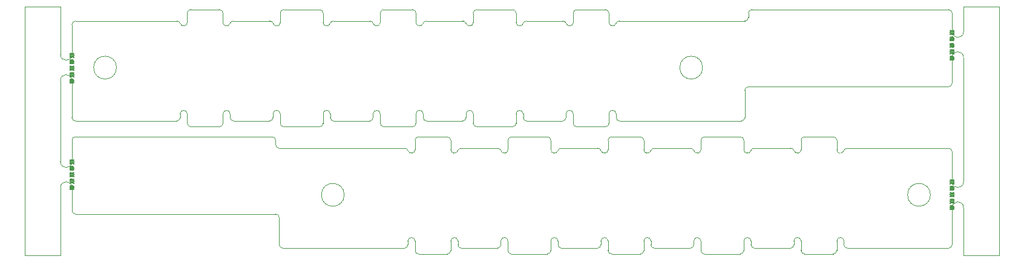
<source format=gm1>
G04 #@! TF.GenerationSoftware,KiCad,Pcbnew,(5.1.6-0-10_14)*
G04 #@! TF.CreationDate,2021-08-31T11:09:41+09:00*
G04 #@! TF.ProjectId,qPCR-panel_led_20210831,71504352-2d70-4616-9e65-6c5f6c65645f,rev?*
G04 #@! TF.SameCoordinates,Original*
G04 #@! TF.FileFunction,Profile,NP*
%FSLAX46Y46*%
G04 Gerber Fmt 4.6, Leading zero omitted, Abs format (unit mm)*
G04 Created by KiCad (PCBNEW (5.1.6-0-10_14)) date 2021-08-31 11:09:41*
%MOMM*%
%LPD*%
G01*
G04 APERTURE LIST*
G04 #@! TA.AperFunction,Profile*
%ADD10C,0.100000*%
G04 #@! TD*
G04 #@! TA.AperFunction,Profile*
%ADD11C,0.200000*%
G04 #@! TD*
G04 APERTURE END LIST*
D10*
X64000000Y-62500000D02*
X64000000Y-57300000D01*
X64000000Y-75500000D02*
X64000000Y-72300000D01*
X187135000Y-80300000D02*
X187135000Y-75100000D01*
X187135000Y-57700000D02*
X187135000Y-54100000D01*
X193735000Y-47000000D02*
X188735000Y-47000000D01*
X188735000Y-81800000D02*
X193735000Y-81800000D01*
X193735000Y-81800000D02*
X193735000Y-47000000D01*
X57400000Y-81800000D02*
X62400000Y-81800000D01*
X57400000Y-47000000D02*
X57400000Y-81800000D01*
X62400000Y-47000000D02*
X57400000Y-47000000D01*
X188735000Y-47000000D02*
X188735000Y-50500000D01*
X188735000Y-75100000D02*
X188735000Y-81800000D01*
X188735000Y-54100000D02*
X188735000Y-71500000D01*
X62400000Y-57300000D02*
X62400000Y-68700000D01*
X62400000Y-72300000D02*
X62400000Y-81800000D01*
X62400000Y-47000000D02*
X62400000Y-53700000D01*
X188735000Y-50500000D02*
G75*
G02*
X187135000Y-50500000I-800000J0D01*
G01*
X187135000Y-54100000D02*
G75*
G02*
X188735000Y-54100000I800000J0D01*
G01*
D11*
X64275000Y-56500000D02*
G75*
G03*
X64275000Y-56500000I-275000J0D01*
G01*
X63725000Y-56225000D02*
X64275000Y-56775000D01*
X63725000Y-56775000D02*
X64275000Y-56225000D01*
X64275000Y-55600000D02*
G75*
G03*
X64275000Y-55600000I-275000J0D01*
G01*
X63725000Y-55325000D02*
X64275000Y-55875000D01*
X63725000Y-55875000D02*
X64275000Y-55325000D01*
X64275000Y-53800000D02*
G75*
G03*
X64275000Y-53800000I-275000J0D01*
G01*
X63725000Y-53525000D02*
X64275000Y-54075000D01*
X63725000Y-54075000D02*
X64275000Y-53525000D01*
X64275000Y-54700000D02*
G75*
G03*
X64275000Y-54700000I-275000J0D01*
G01*
X63725000Y-54425000D02*
X64275000Y-54975000D01*
X63725000Y-54975000D02*
X64275000Y-54425000D01*
X64275000Y-57400000D02*
G75*
G03*
X64275000Y-57400000I-275000J0D01*
G01*
X63725000Y-57125000D02*
X64275000Y-57675000D01*
X63725000Y-57675000D02*
X64275000Y-57125000D01*
X187410000Y-75100000D02*
G75*
G03*
X187410000Y-75100000I-275000J0D01*
G01*
X186860000Y-74825000D02*
X187410000Y-75375000D01*
X186860000Y-75375000D02*
X187410000Y-74825000D01*
X187410000Y-73300000D02*
G75*
G03*
X187410000Y-73300000I-275000J0D01*
G01*
X186860000Y-73025000D02*
X187410000Y-73575000D01*
X186860000Y-73575000D02*
X187410000Y-73025000D01*
X187410000Y-74200000D02*
G75*
G03*
X187410000Y-74200000I-275000J0D01*
G01*
X186860000Y-73925000D02*
X187410000Y-74475000D01*
X186860000Y-74475000D02*
X187410000Y-73925000D01*
X187410000Y-72400000D02*
G75*
G03*
X187410000Y-72400000I-275000J0D01*
G01*
X186860000Y-72125000D02*
X187410000Y-72675000D01*
X186860000Y-72675000D02*
X187410000Y-72125000D01*
X187410000Y-71500000D02*
G75*
G03*
X187410000Y-71500000I-275000J0D01*
G01*
X186860000Y-71225000D02*
X187410000Y-71775000D01*
X186860000Y-71775000D02*
X187410000Y-71225000D01*
D10*
X187135000Y-75100000D02*
G75*
G02*
X188735000Y-75100000I800000J0D01*
G01*
X188735000Y-71500000D02*
G75*
G02*
X187135000Y-71500000I-800000J0D01*
G01*
D11*
X64275000Y-70500000D02*
G75*
G03*
X64275000Y-70500000I-275000J0D01*
G01*
X63725000Y-70225000D02*
X64275000Y-70775000D01*
X63725000Y-70775000D02*
X64275000Y-70225000D01*
X64275000Y-69600000D02*
G75*
G03*
X64275000Y-69600000I-275000J0D01*
G01*
X63725000Y-69325000D02*
X64275000Y-69875000D01*
X63725000Y-69875000D02*
X64275000Y-69325000D01*
X64275000Y-71400000D02*
G75*
G03*
X64275000Y-71400000I-275000J0D01*
G01*
X63725000Y-71125000D02*
X64275000Y-71675000D01*
X63725000Y-71675000D02*
X64275000Y-71125000D01*
X64275000Y-72300000D02*
G75*
G03*
X64275000Y-72300000I-275000J0D01*
G01*
X63725000Y-72025000D02*
X64275000Y-72575000D01*
X63725000Y-72575000D02*
X64275000Y-72025000D01*
X64275000Y-68700000D02*
G75*
G03*
X64275000Y-68700000I-275000J0D01*
G01*
X63725000Y-68425000D02*
X64275000Y-68975000D01*
X63725000Y-68975000D02*
X64275000Y-68425000D01*
D10*
X64000000Y-68700000D02*
G75*
G02*
X62400000Y-68700000I-800000J0D01*
G01*
X62400000Y-72300000D02*
G75*
G02*
X64000000Y-72300000I800000J0D01*
G01*
X62400000Y-57300000D02*
G75*
G02*
X64000000Y-57300000I800000J0D01*
G01*
X64000000Y-53700000D02*
G75*
G02*
X62400000Y-53700000I-800000J0D01*
G01*
D11*
X187410000Y-54200000D02*
G75*
G03*
X187410000Y-54200000I-275000J0D01*
G01*
X186860000Y-53925000D02*
X187410000Y-54475000D01*
X186860000Y-54475000D02*
X187410000Y-53925000D01*
X187410000Y-50600000D02*
G75*
G03*
X187410000Y-50600000I-275000J0D01*
G01*
X186860000Y-50325000D02*
X187410000Y-50875000D01*
X186860000Y-50875000D02*
X187410000Y-50325000D01*
X187410000Y-51500000D02*
G75*
G03*
X187410000Y-51500000I-275000J0D01*
G01*
X186860000Y-51225000D02*
X187410000Y-51775000D01*
X186860000Y-51775000D02*
X187410000Y-51225000D01*
X187410000Y-53300000D02*
G75*
G03*
X187410000Y-53300000I-275000J0D01*
G01*
X186860000Y-53025000D02*
X187410000Y-53575000D01*
X186860000Y-53575000D02*
X187410000Y-53025000D01*
X187410000Y-52400000D02*
G75*
G03*
X187410000Y-52400000I-275000J0D01*
G01*
X186860000Y-52125000D02*
X187410000Y-52675000D01*
X186860000Y-52675000D02*
X187410000Y-52125000D01*
D10*
X92500000Y-76000000D02*
G75*
G02*
X93000000Y-76500000I0J-500000D01*
G01*
X93000000Y-76500000D02*
X93000000Y-80300000D01*
X92500000Y-76000000D02*
X64500000Y-76000000D01*
X93500000Y-80800000D02*
G75*
G02*
X93000000Y-80300000I0J500000D01*
G01*
X92500000Y-65699640D02*
X92500000Y-66299280D01*
X92000000Y-65199640D02*
X64500000Y-65199640D01*
X92000000Y-65199640D02*
G75*
G02*
X92500000Y-65699640I0J-500000D01*
G01*
X93000000Y-66799280D02*
G75*
G02*
X92500000Y-66299280I0J500000D01*
G01*
X64000000Y-75500000D02*
G75*
G03*
X64500000Y-76000000I500000J0D01*
G01*
X102100000Y-73321640D02*
G75*
G03*
X102100000Y-73321640I-1600000J0D01*
G01*
X184100000Y-73321640D02*
G75*
G03*
X184100000Y-73321640I-1600000J0D01*
G01*
X64000000Y-68700000D02*
X64000000Y-65699640D01*
X110500000Y-80800000D02*
X93500000Y-80800000D01*
X111000000Y-80300000D02*
G75*
G02*
X110500000Y-80800000I-500000J0D01*
G01*
X111000000Y-79800000D02*
X111000000Y-80300000D01*
X111000000Y-79800000D02*
G75*
G02*
X112000000Y-79800000I500000J0D01*
G01*
X112000000Y-81099640D02*
X112000000Y-79800000D01*
X112500000Y-81599640D02*
G75*
G02*
X112000000Y-81099640I0J500000D01*
G01*
X116500000Y-81599640D02*
X112500000Y-81599640D01*
X117000000Y-81099640D02*
G75*
G02*
X116500000Y-81599640I-500000J0D01*
G01*
X117000000Y-79800000D02*
X117000000Y-81099640D01*
X117000000Y-79800000D02*
G75*
G02*
X118000000Y-79800000I500000J0D01*
G01*
X118000000Y-80300000D02*
X118000000Y-79800000D01*
X118500000Y-80800000D02*
G75*
G02*
X118000000Y-80300000I0J500000D01*
G01*
X123500000Y-80800000D02*
X118500000Y-80800000D01*
X124000000Y-80300000D02*
G75*
G02*
X123500000Y-80800000I-500000J0D01*
G01*
X124000000Y-79800000D02*
X124000000Y-80300000D01*
X124000000Y-79800000D02*
G75*
G02*
X125000000Y-79800000I500000J0D01*
G01*
X125000000Y-81099999D02*
X125000000Y-79800000D01*
X125500000Y-81599999D02*
G75*
G02*
X125000000Y-81099999I0J500000D01*
G01*
X130500000Y-81599999D02*
X125500000Y-81599999D01*
X131000000Y-81099999D02*
G75*
G02*
X130500000Y-81599999I-500000J0D01*
G01*
X131000000Y-79800000D02*
X131000000Y-81099999D01*
X131000000Y-79800000D02*
G75*
G02*
X132000000Y-79800000I500000J0D01*
G01*
X132000000Y-80300000D02*
X132000000Y-79800000D01*
X132500000Y-80800000D02*
G75*
G02*
X132000000Y-80300000I0J500000D01*
G01*
X137500000Y-80800000D02*
X132500000Y-80800000D01*
X138000000Y-80300000D02*
G75*
G02*
X137500000Y-80800000I-500000J0D01*
G01*
X138000000Y-79800000D02*
X138000000Y-80300000D01*
X138000000Y-79800000D02*
G75*
G02*
X139000000Y-79800000I500000J0D01*
G01*
X139000000Y-81099640D02*
X139000000Y-79800000D01*
X139500000Y-81599640D02*
G75*
G02*
X139000000Y-81099640I0J500000D01*
G01*
X143500000Y-81599640D02*
X139500000Y-81599640D01*
X144000000Y-81099640D02*
G75*
G02*
X143500000Y-81599640I-500000J0D01*
G01*
X144000000Y-79800000D02*
X144000000Y-81099640D01*
X144000000Y-79800000D02*
G75*
G02*
X145000000Y-79800000I500000J0D01*
G01*
X145000000Y-80300000D02*
X145000000Y-79800000D01*
X145500000Y-80800000D02*
G75*
G02*
X145000000Y-80300000I0J500000D01*
G01*
X150500000Y-80800000D02*
X145500000Y-80800000D01*
X151000000Y-80300000D02*
G75*
G02*
X150500000Y-80800000I-500000J0D01*
G01*
X151000000Y-79800000D02*
X151000000Y-80300000D01*
X151000000Y-79800002D02*
G75*
G02*
X152000000Y-79800000I500000J1D01*
G01*
X152000000Y-81100004D02*
X152000000Y-79800000D01*
X152500000Y-81600004D02*
G75*
G02*
X152000000Y-81100004I0J500000D01*
G01*
X157500000Y-81600004D02*
X152500000Y-81600004D01*
X158000000Y-81100004D02*
G75*
G02*
X157500000Y-81600004I-500000J0D01*
G01*
X158000000Y-79800000D02*
X158000000Y-81100004D01*
X158000000Y-79800000D02*
G75*
G02*
X159000000Y-79800000I500000J0D01*
G01*
X159000000Y-80300000D02*
X159000000Y-79800000D01*
X159500000Y-80800000D02*
G75*
G02*
X159000000Y-80300000I0J500000D01*
G01*
X164500000Y-80800000D02*
X159500000Y-80800000D01*
X165000000Y-80300000D02*
G75*
G02*
X164500000Y-80800000I-500000J0D01*
G01*
X165000000Y-79800000D02*
X165000000Y-80300000D01*
X165000000Y-79800000D02*
G75*
G02*
X166000000Y-79800000I500000J0D01*
G01*
X166000000Y-81099640D02*
X166000000Y-79800000D01*
X166500000Y-81599640D02*
G75*
G02*
X166000000Y-81099640I0J500000D01*
G01*
X170500000Y-81599640D02*
X166500000Y-81599640D01*
X171000000Y-81099640D02*
G75*
G02*
X170500000Y-81599640I-500000J0D01*
G01*
X171000000Y-79800000D02*
X171000000Y-81099640D01*
X171000000Y-79800000D02*
G75*
G02*
X172000000Y-79800000I500000J0D01*
G01*
X172000000Y-80300000D02*
X172000000Y-79800000D01*
X172500000Y-80800000D02*
G75*
G02*
X172000000Y-80300000I0J500000D01*
G01*
X186635000Y-80800000D02*
X172500000Y-80800000D01*
X187135000Y-80300000D02*
G75*
G02*
X186635000Y-80800000I-500000J0D01*
G01*
X187135000Y-67299280D02*
X187135000Y-71500000D01*
X186635000Y-66799280D02*
G75*
G02*
X187135000Y-67299280I0J-500000D01*
G01*
X172454253Y-66799280D02*
X186635000Y-66799280D01*
X171977126Y-67149780D02*
G75*
G02*
X172454253Y-66799280I477127J-149500D01*
G01*
X171977127Y-67149780D02*
G75*
G02*
X171000000Y-67000280I-477127J149500D01*
G01*
X171000000Y-65699640D02*
X171000000Y-67000280D01*
X170500000Y-65199640D02*
G75*
G02*
X171000000Y-65699640I0J-500000D01*
G01*
X166500000Y-65199640D02*
X170500000Y-65199640D01*
X166000000Y-65699640D02*
G75*
G02*
X166500000Y-65199640I500000J0D01*
G01*
X166000000Y-67000280D02*
X166000000Y-65699640D01*
X166000000Y-67000280D02*
G75*
G02*
X165022873Y-67149780I-500000J0D01*
G01*
X164545746Y-66799280D02*
G75*
G02*
X165022873Y-67149780I0J-500000D01*
G01*
X159454253Y-66799280D02*
X164545746Y-66799280D01*
X158977126Y-67149780D02*
G75*
G02*
X159454253Y-66799280I477127J-149500D01*
G01*
X158977127Y-67149780D02*
G75*
G02*
X158000000Y-67000280I-477127J149500D01*
G01*
X158000000Y-65699640D02*
X158000000Y-67000280D01*
X157500000Y-65199640D02*
G75*
G02*
X158000000Y-65699640I0J-500000D01*
G01*
X152500000Y-65199640D02*
X157500000Y-65199640D01*
X152000000Y-65699640D02*
G75*
G02*
X152500000Y-65199640I500000J0D01*
G01*
X152000000Y-67000280D02*
X152000000Y-65699640D01*
X152000000Y-67000280D02*
G75*
G02*
X151022873Y-67149780I-500000J0D01*
G01*
X150545746Y-66799280D02*
G75*
G02*
X151022873Y-67149780I0J-500000D01*
G01*
X145454253Y-66799280D02*
X150545746Y-66799280D01*
X144977126Y-67149780D02*
G75*
G02*
X145454253Y-66799280I477127J-149500D01*
G01*
X144977127Y-67149780D02*
G75*
G02*
X144000000Y-67000280I-477127J149500D01*
G01*
X144000000Y-65699640D02*
X144000000Y-67000280D01*
X143500000Y-65199640D02*
G75*
G02*
X144000000Y-65699640I0J-500000D01*
G01*
X139500000Y-65199640D02*
X143500000Y-65199640D01*
X139000000Y-65699640D02*
G75*
G02*
X139500000Y-65199640I500000J0D01*
G01*
X139000000Y-67000280D02*
X139000000Y-65699640D01*
X139000000Y-67000280D02*
G75*
G02*
X138022873Y-67149780I-500000J0D01*
G01*
X137545746Y-66799280D02*
G75*
G02*
X138022873Y-67149780I0J-500000D01*
G01*
X132454253Y-66799280D02*
X137545746Y-66799280D01*
X131977126Y-67149780D02*
G75*
G02*
X132454253Y-66799280I477127J-149500D01*
G01*
X131977127Y-67149780D02*
G75*
G02*
X131000000Y-67000280I-477127J149500D01*
G01*
X131000000Y-65699640D02*
X131000000Y-67000280D01*
X130500000Y-65199640D02*
G75*
G02*
X131000000Y-65699640I0J-500000D01*
G01*
X125500000Y-65199640D02*
X130500000Y-65199640D01*
X125000000Y-65699640D02*
G75*
G02*
X125500000Y-65199640I500000J0D01*
G01*
X125000000Y-67000280D02*
X125000000Y-65699640D01*
X125000000Y-67000280D02*
G75*
G02*
X124022873Y-67149780I-500000J0D01*
G01*
X123545746Y-66799280D02*
G75*
G02*
X124022873Y-67149780I0J-500000D01*
G01*
X118454253Y-66799280D02*
X123545746Y-66799280D01*
X117977126Y-67149780D02*
G75*
G02*
X118454253Y-66799280I477127J-149500D01*
G01*
X117977127Y-67149780D02*
G75*
G02*
X117000000Y-67000280I-477127J149500D01*
G01*
X117000000Y-65699640D02*
X117000000Y-67000280D01*
X116500000Y-65199640D02*
G75*
G02*
X117000000Y-65699640I0J-500000D01*
G01*
X112500000Y-65199640D02*
X116500000Y-65199640D01*
X112000000Y-65699640D02*
G75*
G02*
X112500000Y-65199640I500000J0D01*
G01*
X112000000Y-67000280D02*
X112000000Y-65699640D01*
X112000000Y-67000280D02*
G75*
G02*
X111022873Y-67149780I-500000J0D01*
G01*
X110545746Y-66799280D02*
G75*
G02*
X111022873Y-67149780I0J-500000D01*
G01*
X93000000Y-66799280D02*
X110545746Y-66799280D01*
X64000000Y-65699640D02*
G75*
G02*
X64500000Y-65199640I500000J0D01*
G01*
X158635000Y-58200000D02*
X186635000Y-58200000D01*
X158635000Y-58200000D02*
G75*
G03*
X158135000Y-58700000I0J-500000D01*
G01*
X158135000Y-58700000D02*
X158135000Y-62500000D01*
X157635000Y-63000000D02*
G75*
G03*
X158135000Y-62500000I0J500000D01*
G01*
X158635000Y-47899640D02*
X158635000Y-48499280D01*
X159135000Y-47399640D02*
X186635000Y-47399640D01*
X159135000Y-47399640D02*
G75*
G03*
X158635000Y-47899640I0J-500000D01*
G01*
X158135000Y-48999280D02*
G75*
G03*
X158635000Y-48499280I0J500000D01*
G01*
X187135000Y-57700000D02*
G75*
G02*
X186635000Y-58200000I-500000J0D01*
G01*
X152235000Y-55521640D02*
G75*
G03*
X152235000Y-55521640I-1600000J0D01*
G01*
X70235000Y-55521640D02*
G75*
G03*
X70235000Y-55521640I-1600000J0D01*
G01*
X187135000Y-50500000D02*
X187135000Y-47899640D01*
X140635000Y-63000000D02*
X157635000Y-63000000D01*
X140135000Y-62500000D02*
G75*
G03*
X140635000Y-63000000I500000J0D01*
G01*
X140135000Y-62000000D02*
X140135000Y-62500000D01*
X140135000Y-62000000D02*
G75*
G03*
X139135000Y-62000000I-500000J0D01*
G01*
X139135000Y-63299640D02*
X139135000Y-62000000D01*
X138635000Y-63799640D02*
G75*
G03*
X139135000Y-63299640I0J500000D01*
G01*
X134635000Y-63799640D02*
X138635000Y-63799640D01*
X134135000Y-63299640D02*
G75*
G03*
X134635000Y-63799640I500000J0D01*
G01*
X134135000Y-62000000D02*
X134135000Y-63299640D01*
X134135000Y-62000000D02*
G75*
G03*
X133135000Y-62000000I-500000J0D01*
G01*
X133135000Y-62500000D02*
X133135000Y-62000000D01*
X132635000Y-63000000D02*
G75*
G03*
X133135000Y-62500000I0J500000D01*
G01*
X127635000Y-63000000D02*
X132635000Y-63000000D01*
X127135000Y-62500000D02*
G75*
G03*
X127635000Y-63000000I500000J0D01*
G01*
X127135000Y-62000000D02*
X127135000Y-62500000D01*
X127135000Y-62000000D02*
G75*
G03*
X126135000Y-62000000I-500000J0D01*
G01*
X126135000Y-63299999D02*
X126135000Y-62000000D01*
X125635000Y-63799999D02*
G75*
G03*
X126135000Y-63299999I0J500000D01*
G01*
X120635000Y-63799999D02*
X125635000Y-63799999D01*
X120135000Y-63299999D02*
G75*
G03*
X120635000Y-63799999I500000J0D01*
G01*
X120135000Y-62000000D02*
X120135000Y-63299999D01*
X120135000Y-62000000D02*
G75*
G03*
X119135000Y-62000000I-500000J0D01*
G01*
X119135000Y-62500000D02*
X119135000Y-62000000D01*
X118635000Y-63000000D02*
G75*
G03*
X119135000Y-62500000I0J500000D01*
G01*
X113635000Y-63000000D02*
X118635000Y-63000000D01*
X113135000Y-62500000D02*
G75*
G03*
X113635000Y-63000000I500000J0D01*
G01*
X113135000Y-62000000D02*
X113135000Y-62500000D01*
X113135000Y-62000000D02*
G75*
G03*
X112135000Y-62000000I-500000J0D01*
G01*
X112135000Y-63299640D02*
X112135000Y-62000000D01*
X111635000Y-63799640D02*
G75*
G03*
X112135000Y-63299640I0J500000D01*
G01*
X107635000Y-63799640D02*
X111635000Y-63799640D01*
X107135000Y-63299640D02*
G75*
G03*
X107635000Y-63799640I500000J0D01*
G01*
X107135000Y-62000000D02*
X107135000Y-63299640D01*
X107135000Y-62000000D02*
G75*
G03*
X106135000Y-62000000I-500000J0D01*
G01*
X106135000Y-62500000D02*
X106135000Y-62000000D01*
X105635000Y-63000000D02*
G75*
G03*
X106135000Y-62500000I0J500000D01*
G01*
X100635000Y-63000000D02*
X105635000Y-63000000D01*
X100135000Y-62500000D02*
G75*
G03*
X100635000Y-63000000I500000J0D01*
G01*
X100135000Y-62000000D02*
X100135000Y-62500000D01*
X100135000Y-62000002D02*
G75*
G03*
X99135000Y-62000000I-500000J1D01*
G01*
X99135000Y-63300004D02*
X99135000Y-62000000D01*
X98635000Y-63800004D02*
G75*
G03*
X99135000Y-63300004I0J500000D01*
G01*
X93635000Y-63800004D02*
X98635000Y-63800004D01*
X93135000Y-63300004D02*
G75*
G03*
X93635000Y-63800004I500000J0D01*
G01*
X93135000Y-62000000D02*
X93135000Y-63300004D01*
X93135000Y-62000000D02*
G75*
G03*
X92135000Y-62000000I-500000J0D01*
G01*
X92135000Y-62500000D02*
X92135000Y-62000000D01*
X91635000Y-63000000D02*
G75*
G03*
X92135000Y-62500000I0J500000D01*
G01*
X86635000Y-63000000D02*
X91635000Y-63000000D01*
X86135000Y-62500000D02*
G75*
G03*
X86635000Y-63000000I500000J0D01*
G01*
X86135000Y-62000000D02*
X86135000Y-62500000D01*
X86135000Y-62000000D02*
G75*
G03*
X85135000Y-62000000I-500000J0D01*
G01*
X85135000Y-63299640D02*
X85135000Y-62000000D01*
X84635000Y-63799640D02*
G75*
G03*
X85135000Y-63299640I0J500000D01*
G01*
X80635000Y-63799640D02*
X84635000Y-63799640D01*
X80135000Y-63299640D02*
G75*
G03*
X80635000Y-63799640I500000J0D01*
G01*
X80135000Y-62000000D02*
X80135000Y-63299640D01*
X80135000Y-62000000D02*
G75*
G03*
X79135000Y-62000000I-500000J0D01*
G01*
X79135000Y-62500000D02*
X79135000Y-62000000D01*
X78635000Y-63000000D02*
G75*
G03*
X79135000Y-62500000I0J500000D01*
G01*
X64500000Y-63000000D02*
X78635000Y-63000000D01*
X64000000Y-62500000D02*
G75*
G03*
X64500000Y-63000000I500000J0D01*
G01*
X64000000Y-49499280D02*
X64000000Y-53700000D01*
X64500000Y-48999280D02*
G75*
G03*
X64000000Y-49499280I0J-500000D01*
G01*
X78680747Y-48999280D02*
X64500000Y-48999280D01*
X79157874Y-49349780D02*
G75*
G03*
X78680747Y-48999280I-477127J-149500D01*
G01*
X79157873Y-49349780D02*
G75*
G03*
X80135000Y-49200280I477127J149500D01*
G01*
X80135000Y-47899640D02*
X80135000Y-49200280D01*
X80635000Y-47399640D02*
G75*
G03*
X80135000Y-47899640I0J-500000D01*
G01*
X84635000Y-47399640D02*
X80635000Y-47399640D01*
X85135000Y-47899640D02*
G75*
G03*
X84635000Y-47399640I-500000J0D01*
G01*
X85135000Y-49200280D02*
X85135000Y-47899640D01*
X85135000Y-49200280D02*
G75*
G03*
X86112127Y-49349780I500000J0D01*
G01*
X86589254Y-48999280D02*
G75*
G03*
X86112127Y-49349780I0J-500000D01*
G01*
X91680747Y-48999280D02*
X86589254Y-48999280D01*
X92157874Y-49349780D02*
G75*
G03*
X91680747Y-48999280I-477127J-149500D01*
G01*
X92157873Y-49349780D02*
G75*
G03*
X93135000Y-49200280I477127J149500D01*
G01*
X93135000Y-47899640D02*
X93135000Y-49200280D01*
X93635000Y-47399640D02*
G75*
G03*
X93135000Y-47899640I0J-500000D01*
G01*
X98635000Y-47399640D02*
X93635000Y-47399640D01*
X99135000Y-47899640D02*
G75*
G03*
X98635000Y-47399640I-500000J0D01*
G01*
X99135000Y-49200280D02*
X99135000Y-47899640D01*
X99135000Y-49200280D02*
G75*
G03*
X100112127Y-49349780I500000J0D01*
G01*
X100589254Y-48999280D02*
G75*
G03*
X100112127Y-49349780I0J-500000D01*
G01*
X105680747Y-48999280D02*
X100589254Y-48999280D01*
X106157874Y-49349780D02*
G75*
G03*
X105680747Y-48999280I-477127J-149500D01*
G01*
X106157873Y-49349780D02*
G75*
G03*
X107135000Y-49200280I477127J149500D01*
G01*
X107135000Y-47899640D02*
X107135000Y-49200280D01*
X107635000Y-47399640D02*
G75*
G03*
X107135000Y-47899640I0J-500000D01*
G01*
X111635000Y-47399640D02*
X107635000Y-47399640D01*
X112135000Y-47899640D02*
G75*
G03*
X111635000Y-47399640I-500000J0D01*
G01*
X112135000Y-49200280D02*
X112135000Y-47899640D01*
X112135000Y-49200280D02*
G75*
G03*
X113112127Y-49349780I500000J0D01*
G01*
X113589254Y-48999280D02*
G75*
G03*
X113112127Y-49349780I0J-500000D01*
G01*
X118680747Y-48999280D02*
X113589254Y-48999280D01*
X119157874Y-49349780D02*
G75*
G03*
X118680747Y-48999280I-477127J-149500D01*
G01*
X119157873Y-49349780D02*
G75*
G03*
X120135000Y-49200280I477127J149500D01*
G01*
X120135000Y-47899640D02*
X120135000Y-49200280D01*
X120635000Y-47399640D02*
G75*
G03*
X120135000Y-47899640I0J-500000D01*
G01*
X125635000Y-47399640D02*
X120635000Y-47399640D01*
X126135000Y-47899640D02*
G75*
G03*
X125635000Y-47399640I-500000J0D01*
G01*
X126135000Y-49200280D02*
X126135000Y-47899640D01*
X126135000Y-49200280D02*
G75*
G03*
X127112127Y-49349780I500000J0D01*
G01*
X127589254Y-48999280D02*
G75*
G03*
X127112127Y-49349780I0J-500000D01*
G01*
X132680747Y-48999280D02*
X127589254Y-48999280D01*
X133157874Y-49349780D02*
G75*
G03*
X132680747Y-48999280I-477127J-149500D01*
G01*
X133157873Y-49349780D02*
G75*
G03*
X134135000Y-49200280I477127J149500D01*
G01*
X134135000Y-47899640D02*
X134135000Y-49200280D01*
X134635000Y-47399640D02*
G75*
G03*
X134135000Y-47899640I0J-500000D01*
G01*
X138635000Y-47399640D02*
X134635000Y-47399640D01*
X139135000Y-47899640D02*
G75*
G03*
X138635000Y-47399640I-500000J0D01*
G01*
X139135000Y-49200280D02*
X139135000Y-47899640D01*
X139135000Y-49200280D02*
G75*
G03*
X140112127Y-49349780I500000J0D01*
G01*
X140589254Y-48999280D02*
G75*
G03*
X140112127Y-49349780I0J-500000D01*
G01*
X158135000Y-48999280D02*
X140589254Y-48999280D01*
X187135000Y-47899640D02*
G75*
G03*
X186635000Y-47399640I-500000J0D01*
G01*
M02*

</source>
